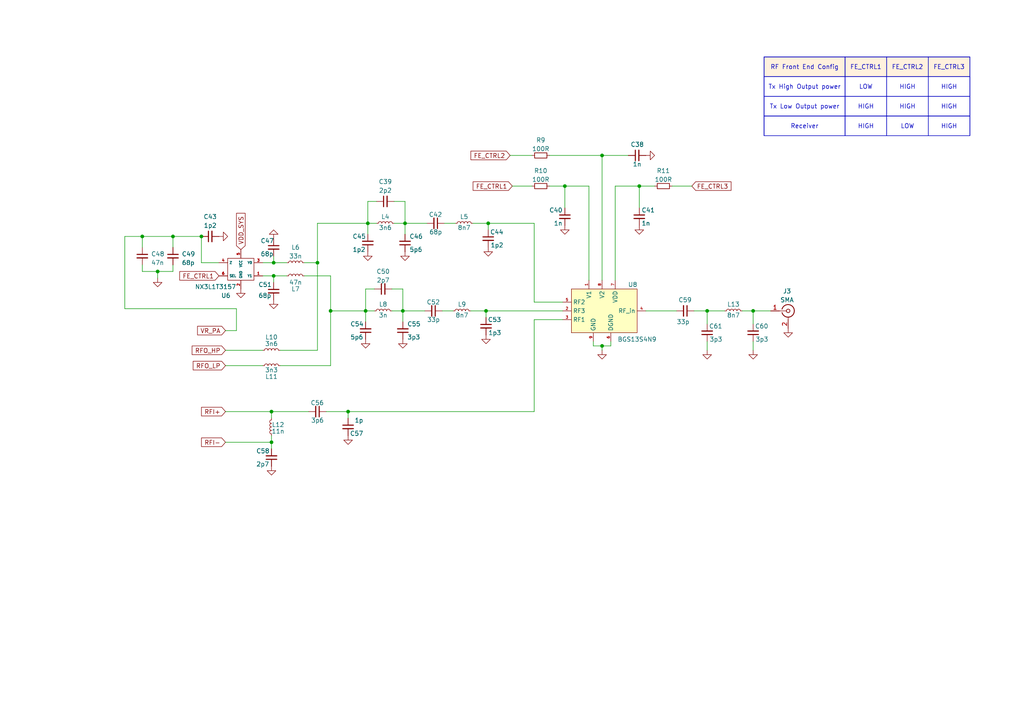
<source format=kicad_sch>
(kicad_sch (version 20230121) (generator eeschema)
  (paper "A4")
  (title_block (title "NPK SENSOR BOARD") (date "2023-07-30") (rev "V1a") (company "SENSEA LABS"))
  (lib_symbols
    (symbol "Collins_Custom_Libs:BGS13S4N9"
      (property "Reference" "U" (at 8.89 7.62 0))
      (property "Value" "BGS13S4N9" (at 10.16 -7.62 0))
      (symbol "BGS13S4N9_1_1"
        (rectangle (start -8.89 6.35) (end 10.16 -6.35) (fill (type background)))
        (pin passive line (at -3.81 8.89 270) (length 2.5) (name "V1") (number "1"))
        (pin passive line (at -11.43 0 0) (length 2.5) (name "RF3") (number "2"))
        (pin passive line (at -11.43 -2.54 0) (length 2.5) (name "RF1") (number "3"))
        (pin passive line (at 12.7 0 180) (length 2.5) (name "RF_in") (number "4"))
        (pin passive line (at -11.43 2.54 0) (length 2.5) (name "RF2") (number "5"))
        (pin passive line (at 2.54 -8.89 90) (length 2.5) (name "DGND") (number "6"))
        (pin passive line (at 3.81 8.89 270) (length 2.5) (name "VDD") (number "7"))
        (pin passive line (at 0 8.89 270) (length 2.5) (name "V2") (number "8"))
        (pin passive line (at -2.54 -8.89 90) (length 2.5) (name "GND") (number "9"))
      )
    )
    (symbol "Connector:Conn_Coaxial" (pin_names (offset 1.016) hide)
      (property "Reference" "J" (at 0.254 3.048 0))
      (property "Value" "Conn_Coaxial" (at 2.921 0 90))
      (symbol "Conn_Coaxial_0_1"
        (arc (start -1.778 -0.508) (mid 0.2311 -1.8066) (end 1.778 0) (stroke (width 0.254)))
        (polyline (pts (xy -2.54 0) (xy -0.508 0)))
        (polyline (pts (xy 0 -2.54) (xy 0 -1.778)))
        (circle (center 0 0) (radius 0.508) (stroke (width 0.2032)))
        (arc (start 1.778 0) (mid 0.2099 1.8101) (end -1.778 0.508) (stroke (width 0.254)))
      )
      (symbol "Conn_Coaxial_1_1"
        (pin passive line (at -5.08 0 0) (length 2.54) (name "In") (number "1"))
        (pin passive line (at 0 -5.08 90) (length 2.54) (name "Ext") (number "2"))
      )
    )
    (symbol "Device:C_Small" (pin_numbers hide) (pin_names (offset 0.254) hide)
      (property "Reference" "C" (at 0.254 1.778 0))
      (property "Value" "C_Small" (at 0.254 -2.032 0))
      (symbol "C_Small_0_1"
        (polyline (pts (xy -1.524 -0.508) (xy 1.524 -0.508)) (stroke (width 0.3302)))
        (polyline (pts (xy -1.524 0.508) (xy 1.524 0.508)) (stroke (width 0.3048)))
      )
      (symbol "C_Small_1_1"
        (pin passive line (at 0 2.54 270) (length 2.032) (name "~") (number "1"))
        (pin passive line (at 0 -2.54 90) (length 2.032) (name "~") (number "2"))
      )
    )
    (symbol "Device:L_Small" (pin_numbers hide) (pin_names (offset 0.254) hide)
      (property "Reference" "L" (at 0.762 1.016 0))
      (property "Value" "L_Small" (at 0.762 -1.016 0))
      (symbol "L_Small_0_1"
        (arc (start 0 -2.032) (mid 0.5058 -1.524) (end 0 -1.016))
        (arc (start 0 -1.016) (mid 0.5058 -0.508) (end 0 0))
        (arc (start 0 0) (mid 0.5058 0.508) (end 0 1.016))
        (arc (start 0 1.016) (mid 0.5058 1.524) (end 0 2.032))
      )
      (symbol "L_Small_1_1"
        (pin passive line (at 0 2.54 270) (length 0.508) (name "~") (number "1"))
        (pin passive line (at 0 -2.54 90) (length 0.508) (name "~") (number "2"))
      )
    )
    (symbol "Device:R_Small" (pin_numbers hide) (pin_names (offset 0.254) hide)
      (property "Reference" "R" (at 0.762 0.508 0))
      (property "Value" "R_Small" (at 0.762 -1.016 0))
      (symbol "R_Small_0_1"
        (rectangle (start -0.762 1.778) (end 0.762 -1.778) (stroke (width 0.2032)))
      )
      (symbol "R_Small_1_1"
        (pin passive line (at 0 2.54 270) (length 0.762) (name "~") (number "1"))
        (pin passive line (at 0 -2.54 90) (length 0.762) (name "~") (number "2"))
      )
    )
    (symbol "NX3L1T3157GM_1"
      (property "Reference" "U" (at 2.54 3.81 0))
      (property "Value" "NX3L1T3157" (at 6.35 -5.08 0))
      (symbol "NX3L1T3157GM_1_0_1"
        (rectangle (start -3.81 2.54) (end 3.81 -3.81))
      )
      (symbol "NX3L1T3157GM_1_1_1"
        (pin passive line (at 6.35 -2.54 180) (length 2.5) (name "Y1") (number "1"))
        (pin passive line (at 0 -6.35 90) (length 2.5) (name "GND") (number "2"))
        (pin passive line (at 6.35 1.27 180) (length 2.5) (name "Y0") (number "3"))
        (pin passive line (at -6.35 1.27 0) (length 2.5) (name "Z") (number "4"))
        (pin passive line (at 0 5.08 270) (length 2.5) (name "VCC") (number "5"))
        (pin passive line (at -6.35 -2.54 0) (length 2.5) (name "SEL") (number "6"))
      )
    )
    (symbol "power:GND" (power) (pin_names (offset 0))
      (property "Value" "GND" (at 0 -3.81 0))
      (symbol "GND_0_1"
        (polyline (pts (xy 0 0) (xy 0 -1.27) (xy 1.27 -1.27) (xy 0 -2.54) (xy -1.27 -1.27) (xy 0 -1.27)))
      )
      (symbol "GND_1_1"
        (pin power_in line (at 0 0 270) (length 0) hide (name "GND") (number "1"))
      )
    )
  )
  (junction (at 174.625 45.085))
  (junction (at 92.075 76.2))
  (junction (at 79.375 76.2))
  (junction (at 95.885 90.17))
  (junction (at 78.74 119.38))
  (junction (at 116.84 90.17))
  (junction (at 41.275 68.58))
  (junction (at 58.42 68.58))
  (junction (at 106.045 90.17))
  (junction (at 106.68 64.77))
  (junction (at 45.72 78.74))
  (junction (at 78.74 128.27))
  (junction (at 218.44 90.17))
  (junction (at 174.625 100.33))
  (junction (at 205.105 90.17))
  (junction (at 185.42 53.975))
  (junction (at 100.965 119.38))
  (junction (at 79.375 80.01))
  (junction (at 117.475 64.77))
  (junction (at 50.165 68.58))
  (junction (at 140.97 90.17))
  (junction (at 163.83 53.975))
  (junction (at 141.605 64.77))
  (wire (pts (xy 106.045 83.82) (xy 106.045 90.17)))
  (wire (pts (xy 95.885 90.17) (xy 106.045 90.17)))
  (wire (pts (xy 79.375 74.295) (xy 79.375 76.2)))
  (wire (pts (xy 178.435 81.28) (xy 178.435 53.975)))
  (wire (pts (xy 131.445 90.17) (xy 128.27 90.17)))
  (wire (pts (xy 50.165 78.74) (xy 50.165 76.835)))
  (wire (pts (xy 163.195 87.63) (xy 154.94 87.63)))
  (wire (pts (xy 117.475 64.77) (xy 117.475 67.945)))
  (wire (pts (xy 174.625 45.085) (xy 182.245 45.085)))
  (wire (pts (xy 205.105 90.17) (xy 205.105 93.98)))
  (wire (pts (xy 109.22 58.42) (xy 106.68 58.42)))
  (wire (pts (xy 140.97 90.17) (xy 136.525 90.17)))
  (wire (pts (xy 65.405 101.6) (xy 76.2 101.6)))
  (wire (pts (xy 106.68 64.77) (xy 106.68 67.945)))
  (wire (pts (xy 78.74 119.38) (xy 89.535 119.38)))
  (wire (pts (xy 78.74 128.27) (xy 78.74 130.175)))
  (wire (pts (xy 79.375 80.01) (xy 79.375 81.915)))
  (wire (pts (xy 113.665 90.17) (xy 116.84 90.17)))
  (wire (pts (xy 45.72 78.74) (xy 50.165 78.74)))
  (wire (pts (xy 159.385 45.085) (xy 174.625 45.085)))
  (wire (pts (xy 172.085 99.06) (xy 172.085 100.33)))
  (wire (pts (xy 81.28 101.6) (xy 92.075 101.6)))
  (wire (pts (xy 170.815 81.28) (xy 170.815 53.975)))
  (wire (pts (xy 100.965 119.38) (xy 100.965 121.285)))
  (wire (pts (xy 58.42 76.2) (xy 58.42 68.58)))
  (wire (pts (xy 148.59 53.975) (xy 154.305 53.975)))
  (wire (pts (xy 201.295 90.17) (xy 205.105 90.17)))
  (wire (pts (xy 163.195 92.71) (xy 154.94 92.71)))
  (wire (pts (xy 50.165 71.755) (xy 50.165 68.58)))
  (wire (pts (xy 170.815 53.975) (xy 163.83 53.975)))
  (wire (pts (xy 65.405 119.38) (xy 78.74 119.38)))
  (wire (pts (xy 174.625 45.085) (xy 174.625 81.28)))
  (wire (pts (xy 177.165 100.33) (xy 177.165 99.06)))
  (wire (pts (xy 205.105 99.06) (xy 205.105 101.6)))
  (wire (pts (xy 106.68 64.77) (xy 92.075 64.77)))
  (wire (pts (xy 36.195 89.535) (xy 36.195 68.58)))
  (wire (pts (xy 154.94 119.38) (xy 100.965 119.38)))
  (wire (pts (xy 94.615 119.38) (xy 100.965 119.38)))
  (wire (pts (xy 172.085 100.33) (xy 174.625 100.33)))
  (wire (pts (xy 63.5 76.2) (xy 58.42 76.2)))
  (wire (pts (xy 174.625 100.33) (xy 174.625 101.6)))
  (wire (pts (xy 132.08 64.77) (xy 128.905 64.77)))
  (wire (pts (xy 78.74 126.365) (xy 78.74 128.27)))
  (wire (pts (xy 79.375 76.2) (xy 83.185 76.2)))
  (wire (pts (xy 147.955 45.085) (xy 154.305 45.085)))
  (wire (pts (xy 114.3 58.42) (xy 117.475 58.42)))
  (wire (pts (xy 154.94 64.77) (xy 141.605 64.77)))
  (wire (pts (xy 117.475 58.42) (xy 117.475 64.77)))
  (wire (pts (xy 108.585 90.17) (xy 106.045 90.17)))
  (wire (pts (xy 45.72 78.74) (xy 45.72 80.645)))
  (wire (pts (xy 81.28 106.045) (xy 95.885 106.045)))
  (wire (pts (xy 174.625 100.33) (xy 177.165 100.33)))
  (wire (pts (xy 41.275 76.835) (xy 41.275 78.74)))
  (wire (pts (xy 141.605 64.77) (xy 137.16 64.77)))
  (wire (pts (xy 113.665 83.82) (xy 116.84 83.82)))
  (wire (pts (xy 68.58 95.885) (xy 68.58 89.535)))
  (wire (pts (xy 76.2 80.01) (xy 79.375 80.01)))
  (wire (pts (xy 50.165 68.58) (xy 58.42 68.58)))
  (wire (pts (xy 154.94 87.63) (xy 154.94 64.77)))
  (wire (pts (xy 123.825 64.77) (xy 117.475 64.77)))
  (wire (pts (xy 187.325 90.17) (xy 196.215 90.17)))
  (wire (pts (xy 106.68 58.42) (xy 106.68 64.77)))
  (wire (pts (xy 154.94 92.71) (xy 154.94 119.38)))
  (wire (pts (xy 116.84 90.17) (xy 116.84 93.345)))
  (wire (pts (xy 41.275 68.58) (xy 50.165 68.58)))
  (wire (pts (xy 159.385 53.975) (xy 163.83 53.975)))
  (wire (pts (xy 215.265 90.17) (xy 218.44 90.17)))
  (wire (pts (xy 68.58 89.535) (xy 36.195 89.535)))
  (wire (pts (xy 41.275 68.58) (xy 41.275 71.755)))
  (wire (pts (xy 114.3 64.77) (xy 117.475 64.77)))
  (wire (pts (xy 108.585 83.82) (xy 106.045 83.82)))
  (wire (pts (xy 123.19 90.17) (xy 116.84 90.17)))
  (wire (pts (xy 88.265 76.2) (xy 92.075 76.2)))
  (wire (pts (xy 218.44 99.06) (xy 218.44 101.6)))
  (wire (pts (xy 178.435 53.975) (xy 185.42 53.975)))
  (wire (pts (xy 92.075 76.2) (xy 92.075 101.6)))
  (wire (pts (xy 218.44 90.17) (xy 223.52 90.17)))
  (wire (pts (xy 36.195 68.58) (xy 41.275 68.58)))
  (wire (pts (xy 163.83 53.975) (xy 163.83 60.325)))
  (wire (pts (xy 140.97 92.075) (xy 140.97 90.17)))
  (wire (pts (xy 76.2 76.2) (xy 79.375 76.2)))
  (wire (pts (xy 106.045 90.17) (xy 106.045 93.345)))
  (wire (pts (xy 65.405 128.27) (xy 78.74 128.27)))
  (wire (pts (xy 65.405 95.885) (xy 68.58 95.885)))
  (wire (pts (xy 95.885 80.01) (xy 88.265 80.01)))
  (wire (pts (xy 140.97 90.17) (xy 163.195 90.17)))
  (wire (pts (xy 200.66 53.975) (xy 194.945 53.975)))
  (wire (pts (xy 205.105 90.17) (xy 210.185 90.17)))
  (wire (pts (xy 185.42 53.975) (xy 185.42 60.325)))
  (wire (pts (xy 141.605 66.675) (xy 141.605 64.77)))
  (wire (pts (xy 218.44 90.17) (xy 218.44 93.98)))
  (wire (pts (xy 92.075 64.77) (xy 92.075 76.2)))
  (wire (pts (xy 109.22 64.77) (xy 106.68 64.77)))
  (wire (pts (xy 65.405 106.045) (xy 76.2 106.045)))
  (wire (pts (xy 95.885 90.17) (xy 95.885 106.045)))
  (wire (pts (xy 95.885 80.01) (xy 95.885 90.17)))
  (wire (pts (xy 116.84 83.82) (xy 116.84 90.17)))
  (wire (pts (xy 79.375 80.01) (xy 83.185 80.01)))
  (wire (pts (xy 189.865 53.975) (xy 185.42 53.975)))
  (wire (pts (xy 78.74 119.38) (xy 78.74 121.285)))
  (wire (pts (xy 41.275 78.74) (xy 45.72 78.74)))
  (rectangle (start 221.615 16.51) (end 281.305 39.37))
  (text_box "RF Front End Config\n" (at 221.615 16.51 0) (size 23.495 5.715) (fill (type color) (color 255 229 191 0.5)) (effects (font (size 1.27 1.27))))
  (text_box "HIGH\n" (at 269.24 27.94 0) (size 12.065 5.715) (effects (font (size 1.27 1.27))))
  (text_box "HIGH\n" (at 269.24 33.655 0) (size 12.065 5.715) (effects (font (size 1.27 1.27))))
  (text_box "LOW\n" (at 257.175 33.655 0) (size 12.065 5.715) (effects (font (size 1.27 1.27))))
  (text_box "Tx Low Output power" (at 221.615 27.94 0) (size 23.495 5.715) (effects (font (size 1.27 1.27))))
  (text_box "FE_CTRL3" (at 269.24 16.51 0) (size 12.065 5.715) (fill (type color) (color 255 229 191 0.5)) (effects (font (size 1.27 1.27))))
  (text_box "Receiver" (at 221.615 33.655 0) (size 23.495 5.715) (effects (font (size 1.27 1.27))))
  (text_box "HIGH\n" (at 257.175 27.94 0) (size 12.065 5.715) (effects (font (size 1.27 1.27))))
  (text_box "HIGH\n" (at 245.11 27.94 0) (size 12.065 5.715) (effects (font (size 1.27 1.27))))
  (text_box "HIGH\n" (at 269.24 22.225 0) (size 12.065 5.715) (effects (font (size 1.27 1.27))))
  (text_box "Tx High Output power" (at 221.615 22.225 0) (size 23.495 5.715) (effects (font (size 1.27 1.27))))
  (text_box "FE_CTRL2" (at 257.175 16.51 0) (size 12.065 5.715) (fill (type color) (color 255 229 191 0.5)) (effects (font (size 1.27 1.27))))
  (text_box "HIGH\n" (at 257.175 22.225 0) (size 12.065 5.715) (effects (font (size 1.27 1.27))))
  (text_box "HIGH\n" (at 245.11 33.655 0) (size 12.065 5.715) (effects (font (size 1.27 1.27))))
  (text_box "FE_CTRL1" (at 245.11 16.51 0) (size 12.065 5.715) (fill (type color) (color 255 229 191 0.5)) (effects (font (size 1.27 1.27))))
  (text_box "LOW\n" (at 245.11 22.225 0) (size 12.065 5.715) (effects (font (size 1.27 1.27))))
  (global_label "VR_PA" (shape input) (at 65.405 95.885 180) (property "Intersheetrefs" "${INTERSHEET_REFS}" (effects hide)))
  (global_label "FE_CTRL1" (shape input) (at 148.59 53.975 180) (property "Intersheetrefs" "${INTERSHEET_REFS}" (effects hide)))
  (global_label "RFI-" (shape input) (at 65.405 128.27 180) (property "Intersheetrefs" "${INTERSHEET_REFS}" (effects hide)))
  (global_label "FE_CTRL1" (shape input) (at 63.5 80.01 180) (property "Intersheetrefs" "${INTERSHEET_REFS}" (effects hide)))
  (global_label "FE_CTRL2" (shape input) (at 147.955 45.085 180) (property "Intersheetrefs" "${INTERSHEET_REFS}" (effects hide)))
  (global_label "VDD_SYS" (shape input) (at 69.85 72.39 90) (property "Intersheetrefs" "${INTERSHEET_REFS}" (effects hide)))
  (global_label "RFI+" (shape input) (at 65.405 119.38 180) (property "Intersheetrefs" "${INTERSHEET_REFS}" (effects hide)))
  (global_label "RFO_LP" (shape input) (at 65.405 106.045 180) (property "Intersheetrefs" "${INTERSHEET_REFS}" (effects hide)))
  (global_label "FE_CTRL3" (shape input) (at 200.66 53.975 0) (property "Intersheetrefs" "${INTERSHEET_REFS}" (effects hide)))
  (global_label "RFO_HP" (shape input) (at 65.405 101.6 180) (property "Intersheetrefs" "${INTERSHEET_REFS}" (effects hide)))
  (symbol (lib_id "Device:C_Small") (at 185.42 62.865 0) (mirror y) (unit 1)
    (property "Reference" "C41" (at 186.055 60.96 0) (effects (justify right)))
    (property "Value" "1n" (at 186.055 64.77 0) (effects (justify right)))
    (property "Footprint" "Capacitor_SMD:C_0402_1005Metric" (effects hide))
  )
  (symbol (lib_id "power:GND") (at 140.97 97.155 0) (unit 1)
    (property "Reference" "#PWR058" (effects hide))
    (property "Value" "GND" (effects hide))
  )
  (symbol (lib_id "Collins_Custom_Libs:BGS13S4N9") (at 174.625 90.17 0) (unit 1)
    (property "Reference" "U8" (at 183.515 82.55 0))
    (property "Value" "BGS13S4N9" (at 184.785 98.425 0))
    (property "Footprint" "Collins_Custom_Libs:TSNP-9_3x3_1.2x1.2mm" (effects hide))
    (property "Datasheet" "https://www.infineon.com/dgdl/Infineon-BGS13S4N9-DS-v01_00-EN.pdf" (effects hide))
  )
  (symbol (lib_id "Device:C_Small") (at 41.275 74.295 0) (unit 1)
    (property "Reference" "C48" (at 43.815 73.6663 0) (effects (justify left)))
    (property "Value" "47n" (at 43.815 76.2063 0) (effects (justify left)))
    (property "Footprint" "Capacitor_SMD:C_0402_1005Metric" (effects hide))
  )
  (symbol (lib_id "power:GND") (at 79.375 69.215 180) (unit 1)
    (property "Reference" "#PWR051" (effects hide))
    (property "Value" "GND" (effects hide))
  )
  (symbol (lib_id "Device:C_Small") (at 205.105 96.52 0) (mirror x) (unit 1)
    (property "Reference" "C61" (at 209.55 94.615 0) (effects (justify right)))
    (property "Value" "3p3" (at 209.55 98.425 0) (effects (justify right)))
    (property "Footprint" "Capacitor_SMD:C_0402_1005Metric" (effects hide))
  )
  (symbol (lib_id "power:GND") (at 187.325 45.085 90) (unit 1)
    (property "Reference" "#PWR047" (effects hide))
    (property "Value" "GND" (effects hide))
  )
  (symbol (lib_id "Device:C_Small") (at 106.68 70.485 180) (unit 1)
    (property "Reference" "C45" (at 102.235 68.58 0) (effects (justify right)))
    (property "Value" "1p2" (at 102.235 72.39 0) (effects (justify right)))
    (property "Footprint" "Capacitor_SMD:C_0402_1005Metric" (effects hide))
  )
  (symbol (lib_id "Device:C_Small") (at 79.375 84.455 0) (unit 1)
    (property "Reference" "C51" (at 74.93 82.55 0) (effects (justify left)))
    (property "Value" "68p" (at 74.93 85.725 0) (effects (justify left)))
    (property "Footprint" "Capacitor_SMD:C_0402_1005Metric" (effects hide))
  )
  (symbol (lib_id "Device:C_Small") (at 184.785 45.085 90) (unit 1)
    (property "Reference" "C38" (at 182.88 41.91 90) (effects (justify right)))
    (property "Value" "1n" (at 183.515 47.625 90) (effects (justify right)))
    (property "Footprint" "Capacitor_SMD:C_0402_1005Metric" (effects hide))
  )
  (symbol (lib_id "Device:C_Small") (at 141.605 69.215 0) (unit 1)
    (property "Reference" "C44" (at 146.05 67.31 0) (effects (justify right)))
    (property "Value" "1p2" (at 146.05 71.12 0) (effects (justify right)))
    (property "Footprint" "Capacitor_SMD:C_0402_1005Metric" (effects hide))
  )
  (symbol (lib_id "power:GND") (at 79.375 86.995 0) (unit 1)
    (property "Reference" "#PWR057" (effects hide))
    (property "Value" "GND" (effects hide))
  )
  (symbol (lib_id "power:GND") (at 100.965 126.365 0) (unit 1)
    (property "Reference" "#PWR062" (effects hide))
    (property "Value" "GND" (effects hide))
  )
  (symbol (lib_id "Device:C_Small") (at 218.44 96.52 0) (mirror x) (unit 1)
    (property "Reference" "C60" (at 222.885 94.615 0) (effects (justify right)))
    (property "Value" "3p3" (at 222.885 98.425 0) (effects (justify right)))
    (property "Footprint" "Capacitor_SMD:C_0402_1005Metric" (effects hide))
  )
  (symbol (lib_id "Device:L_Small") (at 212.725 90.17 270) (mirror x) (unit 1)
    (property "Reference" "L13" (at 212.725 88.265 90))
    (property "Value" "8n7" (at 212.725 91.44 90))
    (property "Footprint" "Inductor_SMD:L_0402_1005Metric" (effects hide))
  )
  (symbol (lib_id "Device:L_Small") (at 78.74 123.825 180) (unit 1)
    (property "Reference" "L12" (at 80.645 123.19 0))
    (property "Value" "11n" (at 80.645 125.095 0))
    (property "Footprint" "Inductor_SMD:L_0402_1005Metric" (effects hide))
  )
  (symbol (lib_id "Device:R_Small") (at 192.405 53.975 270) (mirror x) (unit 1)
    (property "Reference" "R11" (at 192.405 49.53 90))
    (property "Value" "100R" (at 192.405 52.07 90))
    (property "Footprint" "Resistor_SMD:R_0402_1005Metric" (effects hide))
  )
  (symbol (lib_id "power:GND") (at 69.85 83.82 0) (unit 1)
    (property "Reference" "#PWR056" (effects hide))
    (property "Value" "GND" (effects hide))
  )
  (symbol (lib_id "power:GND") (at 218.44 101.6 0) (mirror y) (unit 1)
    (property "Reference" "#PWR065" (effects hide))
    (property "Value" "GND" (effects hide))
  )
  (symbol (lib_id "Device:C_Small") (at 116.84 95.885 180) (unit 1)
    (property "Reference" "C55" (at 118.11 93.98 0) (effects (justify right)))
    (property "Value" "3p3" (at 118.11 97.79 0) (effects (justify right)))
    (property "Footprint" "Capacitor_SMD:C_0402_1005Metric" (effects hide))
  )
  (symbol (lib_id "Connector:Conn_Coaxial") (at 228.6 90.17 0) (unit 1)
    (property "Reference" "J3" (at 228.2826 84.455 0))
    (property "Value" "SMA" (at 228.2826 86.995 0))
    (property "Footprint" "Collins_Custom_Libs:SMA CONNECTOR JACK" (effects hide))
    (property "Datasheet" " ~" (effects hide))
  )
  (symbol (lib_id "Device:C_Small") (at 106.045 95.885 180) (unit 1)
    (property "Reference" "C54" (at 101.6 93.98 0) (effects (justify right)))
    (property "Value" "5p6" (at 101.6 97.79 0) (effects (justify right)))
    (property "Footprint" "Capacitor_SMD:C_0402_1005Metric" (effects hide))
  )
  (symbol (lib_id "Device:C_Small") (at 111.76 58.42 90) (unit 1)
    (property "Reference" "C39" (at 111.7663 52.705 90))
    (property "Value" "2p2" (at 111.7663 55.245 90))
    (property "Footprint" "Capacitor_SMD:C_0402_1005Metric" (effects hide))
  )
  (symbol (lib_id "Device:C_Small") (at 125.73 90.17 270) (unit 1)
    (property "Reference" "C52" (at 127.635 87.63 90) (effects (justify right)))
    (property "Value" "33p" (at 127.635 92.71 90) (effects (justify right)))
    (property "Footprint" "Capacitor_SMD:C_0402_1005Metric" (effects hide))
  )
  (symbol (lib_id "power:GND") (at 163.83 65.405 0) (unit 1)
    (property "Reference" "#PWR048" (effects hide))
    (property "Value" "GND" (effects hide))
  )
  (symbol (lib_id "power:GND") (at 141.605 71.755 0) (unit 1)
    (property "Reference" "#PWR052" (effects hide))
    (property "Value" "GND" (effects hide))
  )
  (symbol (lib_id "power:GND") (at 185.42 65.405 0) (mirror y) (unit 1)
    (property "Reference" "#PWR049" (effects hide))
    (property "Value" "GND" (effects hide))
  )
  (symbol (lib_id "Device:C_Small") (at 117.475 70.485 180) (unit 1)
    (property "Reference" "C46" (at 118.745 68.58 0) (effects (justify right)))
    (property "Value" "5p6" (at 118.745 72.39 0) (effects (justify right)))
    (property "Footprint" "Capacitor_SMD:C_0402_1005Metric" (effects hide))
  )
  (symbol (lib_id "Device:L_Small") (at 78.74 101.6 90) (unit 1)
    (property "Reference" "L10" (at 78.74 97.79 90))
    (property "Value" "3n6" (at 78.74 99.695 90))
    (property "Footprint" "Inductor_SMD:L_0402_1005Metric" (effects hide))
  )
  (symbol (lib_id "Device:L_Small") (at 78.74 106.045 90) (unit 1)
    (property "Reference" "L11" (at 78.74 109.22 90))
    (property "Value" "3n3" (at 78.74 107.315 90))
    (property "Footprint" "Inductor_SMD:L_0402_1005Metric" (effects hide))
  )
  (symbol (lib_id "Device:C_Small") (at 198.755 90.17 270) (mirror x) (unit 1)
    (property "Reference" "C59" (at 200.66 86.995 90) (effects (justify right)))
    (property "Value" "33p" (at 200.025 93.345 90) (effects (justify right)))
    (property "Footprint" "Capacitor_SMD:C_0402_1005Metric" (effects hide))
  )
  (symbol (lib_id "Device:R_Small") (at 156.845 53.975 90) (unit 1)
    (property "Reference" "R10" (at 156.845 49.53 90))
    (property "Value" "100R" (at 156.845 52.07 90))
    (property "Footprint" "Resistor_SMD:R_0402_1005Metric" (effects hide))
  )
  (symbol (lib_id "power:GND") (at 117.475 73.025 0) (unit 1)
    (property "Reference" "#PWR054" (effects hide))
    (property "Value" "GND" (effects hide))
  )
  (symbol (lib_id "Device:C_Small") (at 126.365 64.77 270) (unit 1)
    (property "Reference" "C42" (at 128.27 62.23 90) (effects (justify right)))
    (property "Value" "68p" (at 128.27 67.31 90) (effects (justify right)))
    (property "Footprint" "Capacitor_SMD:C_0402_1005Metric" (effects hide))
  )
  (symbol (lib_id "Device:L_Small") (at 133.985 90.17 90) (unit 1)
    (property "Reference" "L9" (at 133.985 88.265 90))
    (property "Value" "8n7" (at 133.985 91.44 90))
    (property "Footprint" "Inductor_SMD:L_0402_1005Metric" (effects hide))
  )
  (symbol (lib_id "Device:C_Small") (at 60.96 68.58 90) (unit 1)
    (property "Reference" "C43" (at 60.9663 62.865 90))
    (property "Value" "1p2" (at 60.9663 65.405 90))
    (property "Footprint" "Capacitor_SMD:C_0402_1005Metric" (effects hide))
  )
  (symbol (lib_id "Device:C_Small") (at 78.74 132.715 180) (unit 1)
    (property "Reference" "C58" (at 74.295 130.81 0) (effects (justify right)))
    (property "Value" "2p7" (at 74.295 134.62 0) (effects (justify right)))
    (property "Footprint" "Capacitor_SMD:C_0402_1005Metric" (effects hide))
  )
  (symbol (lib_id "power:GND") (at 205.105 101.6 0) (mirror y) (unit 1)
    (property "Reference" "#PWR066" (effects hide))
    (property "Value" "GND" (effects hide))
  )
  (symbol (lib_id "Device:L_Small") (at 85.725 80.01 90) (unit 1)
    (property "Reference" "L7" (at 85.725 83.82 90))
    (property "Value" "47n" (at 85.725 81.915 90))
    (property "Footprint" "Inductor_SMD:L_0402_1005Metric" (effects hide))
  )
  (symbol (lib_id "Device:L_Small") (at 85.725 76.2 90) (unit 1)
    (property "Reference" "L6" (at 85.725 71.755 90))
    (property "Value" "33n" (at 85.725 74.295 90))
    (property "Footprint" "Inductor_SMD:L_0402_1005Metric" (effects hide))
  )
  (symbol (lib_id "Device:L_Small") (at 111.125 90.17 90) (unit 1)
    (property "Reference" "L8" (at 111.125 88.265 90))
    (property "Value" "3n" (at 111.125 91.44 90))
    (property "Footprint" "Inductor_SMD:L_0402_1005Metric" (effects hide))
  )
  (symbol (lib_id "Device:C_Small") (at 111.125 83.82 90) (unit 1)
    (property "Reference" "C50" (at 111.1313 78.74 90))
    (property "Value" "2p7" (at 111.1313 81.28 90))
    (property "Footprint" "Capacitor_SMD:C_0402_1005Metric" (effects hide))
  )
  (symbol (lib_id "power:GND") (at 116.84 98.425 0) (unit 1)
    (property "Reference" "#PWR060" (effects hide))
    (property "Value" "GND" (effects hide))
  )
  (symbol (lib_id "power:GND") (at 106.045 98.425 0) (unit 1)
    (property "Reference" "#PWR059" (effects hide))
    (property "Value" "GND" (effects hide))
  )
  (symbol (lib_id "power:GND") (at 63.5 68.58 90) (unit 1)
    (property "Reference" "#PWR050" (effects hide))
    (property "Value" "GND" (effects hide))
  )
  (symbol (lib_id "Device:L_Small") (at 134.62 64.77 90) (unit 1)
    (property "Reference" "L5" (at 134.62 62.865 90))
    (property "Value" "8n7" (at 134.62 66.04 90))
    (property "Footprint" "Inductor_SMD:L_0402_1005Metric" (effects hide))
  )
  (symbol (lib_id "Device:C_Small") (at 50.165 74.295 0) (unit 1)
    (property "Reference" "C49" (at 52.705 73.6663 0) (effects (justify left)))
    (property "Value" "68p" (at 52.705 76.2063 0) (effects (justify left)))
    (property "Footprint" "Capacitor_SMD:C_0402_1005Metric" (effects hide))
  )
  (symbol (lib_id "Device:C_Small") (at 140.97 94.615 0) (unit 1)
    (property "Reference" "C53" (at 145.415 92.71 0) (effects (justify right)))
    (property "Value" "1p3" (at 145.415 96.52 0) (effects (justify right)))
    (property "Footprint" "Capacitor_SMD:C_0402_1005Metric" (effects hide))
  )
  (symbol (lib_id "power:GND") (at 228.6 95.25 0) (mirror y) (unit 1)
    (property "Reference" "#PWR064" (effects hide))
    (property "Value" "GND" (effects hide))
  )
  (symbol (lib_id "power:GND") (at 78.74 135.255 0) (unit 1)
    (property "Reference" "#PWR063" (effects hide))
    (property "Value" "GND" (effects hide))
  )
  (symbol (lib_id "Device:C_Small") (at 100.965 123.825 0) (unit 1)
    (property "Reference" "C57" (at 105.41 125.73 0) (effects (justify right)))
    (property "Value" "1p" (at 105.41 121.92 0) (effects (justify right)))
    (property "Footprint" "Capacitor_SMD:C_0402_1005Metric" (effects hide))
  )
  (symbol (lib_id "Device:C_Small") (at 163.83 62.865 0) (unit 1)
    (property "Reference" "C40" (at 163.195 60.96 0) (effects (justify right)))
    (property "Value" "1n" (at 163.195 64.77 0) (effects (justify right)))
    (property "Footprint" "Capacitor_SMD:C_0402_1005Metric" (effects hide))
  )
  (symbol (lib_id "power:GND") (at 45.72 80.645 0) (unit 1)
    (property "Reference" "#PWR055" (effects hide))
    (property "Value" "GND" (effects hide))
  )
  (symbol (lib_name "NX3L1T3157GM_1") (lib_id "Collins_Custom_Libs:NX3L1T3157GM") (at 69.85 77.47 0) (unit 1)
    (property "Reference" "U6" (at 64.135 85.725 0) (effects (justify left)))
    (property "Value" "NX3L1T3157" (at 56.515 83.185 0) (effects (justify left)))
    (property "Footprint" "Package_TO_SOT_SMD:SOT-886" (effects hide))
    (property "Datasheet" "https://www.nxp.com/docs/en/data-sheet/NX3L1T3157.pdf" (effects hide))
  )
  (symbol (lib_id "power:GND") (at 106.68 73.025 0) (unit 1)
    (property "Reference" "#PWR053" (effects hide))
    (property "Value" "GND" (effects hide))
  )
  (symbol (lib_id "Device:C_Small") (at 92.075 119.38 270) (unit 1)
    (property "Reference" "C56" (at 93.98 116.84 90) (effects (justify right)))
    (property "Value" "3p6" (at 93.98 121.92 90) (effects (justify right)))
    (property "Footprint" "Capacitor_SMD:C_0402_1005Metric" (effects hide))
  )
  (symbol (lib_id "Device:L_Small") (at 111.76 64.77 90) (unit 1)
    (property "Reference" "L4" (at 111.76 62.865 90))
    (property "Value" "3n6" (at 111.76 66.04 90))
    (property "Footprint" "Inductor_SMD:L_0402_1005Metric" (effects hide))
  )
  (symbol (lib_id "Device:R_Small") (at 156.845 45.085 90) (unit 1)
    (property "Reference" "R9" (at 156.845 40.64 90))
    (property "Value" "100R" (at 156.845 43.18 90))
    (property "Footprint" "Resistor_SMD:R_0402_1005Metric" (effects hide))
  )
  (symbol (lib_id "power:GND") (at 174.625 101.6 0) (unit 1)
    (property "Reference" "#PWR061" (effects hide))
    (property "Value" "GND" (effects hide))
  )
  (symbol (lib_id "Device:C_Small") (at 79.375 71.755 0) (unit 1)
    (property "Reference" "C47" (at 75.565 69.85 0) (effects (justify left)))
    (property "Value" "68p" (at 75.565 73.66 0) (effects (justify left)))
    (property "Footprint" "Capacitor_SMD:C_0402_1005Metric" (effects hide))
  )
)
</source>
